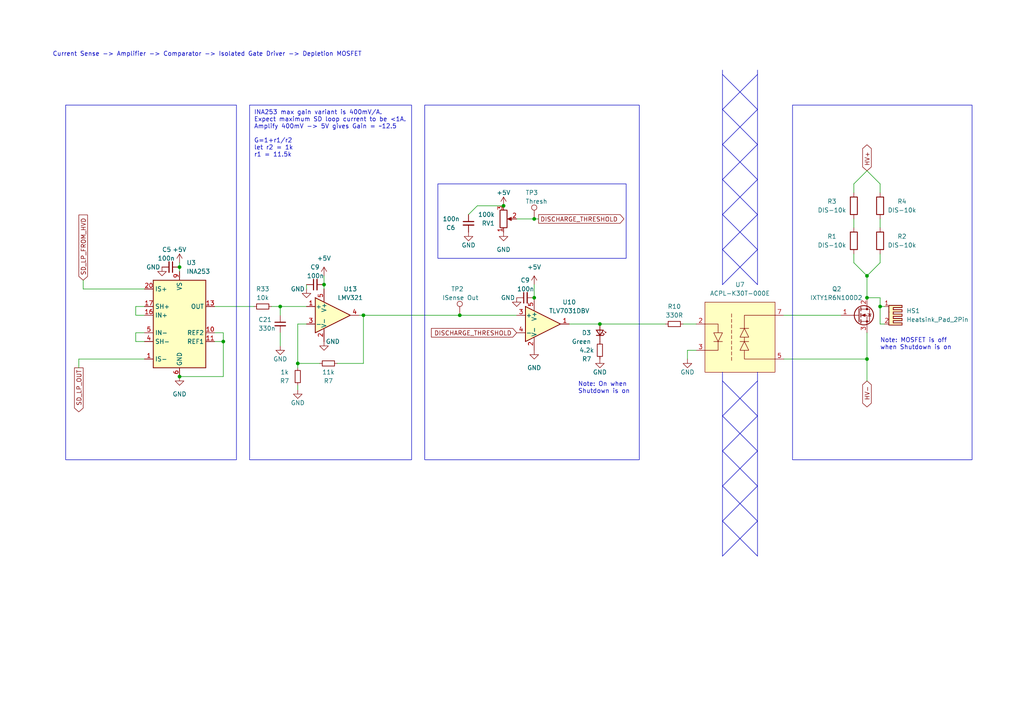
<source format=kicad_sch>
(kicad_sch (version 20230121) (generator eeschema)
  (paper "A4")
  (title_block (title "UCM23 Discharge & TSAL") (date "2023-06-26") (rev "V1.0") (company "Niko Smith") (comment 1 "University of Canterbury Motorsport"))
  (lib_symbols
    (symbol "Amplifier_Current:INA253"
      (property "Reference" "U" (at -8.89 13.97 0))
      (property "Value" "INA253" (at 6.35 13.97 0))
      (symbol "INA253_0_1"
        (rectangle (start -7.62 12.7) (end 7.62 -12.7) (stroke (width 0.254)) (fill (type background)))
      )
      (symbol "INA253_1_1"
        (pin passive line (at -10.16 -10.16 0) (length 2.54) (name "IS-") (number "1"))
        (pin passive line (at 10.16 -2.54 180) (length 2.54) (name "REF2") (number "10"))
        (pin passive line (at 10.16 -5.08 180) (length 2.54) (name "REF1") (number "11"))
        (pin no_connect line (at 7.62 0 180) (length 2.54) hide (name "NC") (number "12"))
        (pin output line (at 10.16 5.08 180) (length 2.54) (name "OUT") (number "13"))
        (pin no_connect line (at 7.62 10.16 180) (length 2.54) hide (name "DNC2") (number "14"))
        (pin passive line (at 0 -15.24 90) (length 2.54) hide (name "GND") (number "15"))
        (pin passive line (at -10.16 2.54 0) (length 2.54) (name "IN+") (number "16"))
        (pin passive line (at -10.16 5.08 0) (length 2.54) (name "SH+") (number "17"))
        (pin passive line (at -10.16 10.16 0) (length 2.54) hide (name "IS+") (number "18"))
        (pin passive line (at -10.16 10.16 0) (length 2.54) hide (name "IS+") (number "19"))
        (pin passive line (at -10.16 -10.16 0) (length 2.54) hide (name "IS-") (number "2"))
        (pin passive line (at -10.16 10.16 0) (length 2.54) (name "IS+") (number "20"))
        (pin passive line (at -10.16 -10.16 0) (length 2.54) hide (name "IS-") (number "3"))
        (pin passive line (at -10.16 -5.08 0) (length 2.54) (name "SH-") (number "4"))
        (pin passive line (at -10.16 -2.54 0) (length 2.54) (name "IN-") (number "5"))
        (pin power_in line (at 0 -15.24 90) (length 2.54) (name "GND") (number "6"))
        (pin no_connect line (at 7.62 7.62 180) (length 2.54) hide (name "DNC1") (number "7"))
        (pin no_connect line (at 7.62 2.54 180) (length 2.54) hide (name "NC") (number "8"))
        (pin power_in line (at 0 15.24 270) (length 2.54) (name "VS") (number "9"))
      )
    )
    (symbol "Amplifier_Operational:LMV321" (pin_names (offset 0.127))
      (property "Reference" "U" (at 0 5.08 0))
      (property "Value" "LMV321" (at 0 -5.08 0))
      (symbol "LMV321_0_1"
        (polyline (pts (xy -5.08 5.08) (xy 5.08 0) (xy -5.08 -5.08) (xy -5.08 5.08)) (stroke (width 0.254)) (fill (type background)))
        (pin power_in line (at -2.54 -7.62 90) (length 3.81) (name "V-") (number "2"))
        (pin power_in line (at -2.54 7.62 270) (length 3.81) (name "V+") (number "5"))
      )
      (symbol "LMV321_1_1"
        (pin input line (at -7.62 2.54 0) (length 2.54) (name "+") (number "1"))
        (pin input line (at -7.62 -2.54 0) (length 2.54) (name "-") (number "3"))
        (pin output line (at 7.62 0 180) (length 2.54) (name "~") (number "4"))
      )
    )
    (symbol "Comparator:TLV7031DBV" (pin_names (offset 0.127))
      (property "Reference" "U" (at -1.27 6.35 0))
      (property "Value" "TLV7031DBV" (at -1.27 3.81 0))
      (symbol "TLV7031DBV_0_1"
        (polyline (pts (xy -5.08 5.08) (xy 5.08 0) (xy -5.08 -5.08) (xy -5.08 5.08)) (stroke (width 0.254)) (fill (type background)))
        (pin power_in line (at -2.54 -7.62 90) (length 3.81) (name "V-") (number "2"))
        (pin power_in line (at -2.54 7.62 270) (length 3.81) (name "V+") (number "5"))
      )
      (symbol "TLV7031DBV_1_1"
        (pin output line (at 7.62 0 180) (length 2.54) (name "~") (number "1"))
        (pin input line (at -7.62 2.54 0) (length 2.54) (name "+") (number "3"))
        (pin input line (at -7.62 -2.54 0) (length 2.54) (name "-") (number "4"))
      )
    )
    (symbol "Connector:TestPoint" (pin_numbers hide) (pin_names (offset 0.762) hide)
      (property "Reference" "TP" (at 0 6.858 0))
      (property "Value" "TestPoint" (at 0 5.08 0))
      (symbol "TestPoint_0_1"
        (circle (center 0 3.302) (radius 0.762))
      )
      (symbol "TestPoint_1_1"
        (pin passive line (at 0 0 90) (length 2.54) (name "1") (number "1"))
      )
    )
    (symbol "Device:C_Small" (pin_numbers hide) (pin_names (offset 0.254) hide)
      (property "Reference" "C" (at 0.254 1.778 0))
      (property "Value" "C_Small" (at 0.254 -2.032 0))
      (symbol "C_Small_0_1"
        (polyline (pts (xy -1.524 -0.508) (xy 1.524 -0.508)) (stroke (width 0.3302)))
        (polyline (pts (xy -1.524 0.508) (xy 1.524 0.508)) (stroke (width 0.3048)))
      )
      (symbol "C_Small_1_1"
        (pin passive line (at 0 2.54 270) (length 2.032) (name "~") (number "1"))
        (pin passive line (at 0 -2.54 90) (length 2.032) (name "~") (number "2"))
      )
    )
    (symbol "Device:LED_Small" (pin_numbers hide) (pin_names (offset 0.254) hide)
      (property "Reference" "D" (at -1.27 3.175 0))
      (property "Value" "LED_Small" (at -4.445 -2.54 0))
      (symbol "LED_Small_0_1"
        (polyline (pts (xy -0.762 -1.016) (xy -0.762 1.016)) (stroke (width 0.254)))
        (polyline (pts (xy 1.016 0) (xy -0.762 0)))
        (polyline (pts (xy 0.762 -1.016) (xy -0.762 0) (xy 0.762 1.016) (xy 0.762 -1.016)) (stroke (width 0.254)))
        (polyline (pts (xy 0 0.762) (xy -0.508 1.27) (xy -0.254 1.27) (xy -0.508 1.27) (xy -0.508 1.016)))
        (polyline (pts (xy 0.508 1.27) (xy 0 1.778) (xy 0.254 1.778) (xy 0 1.778) (xy 0 1.524)))
      )
      (symbol "LED_Small_1_1"
        (pin passive line (at -2.54 0 0) (length 1.778) (name "K") (number "1"))
        (pin passive line (at 2.54 0 180) (length 1.778) (name "A") (number "2"))
      )
    )
    (symbol "Device:Q_NMOS_GDS" (pin_names (offset 0) hide)
      (property "Reference" "Q" (at 5.08 1.27 0))
      (property "Value" "Q_NMOS_GDS" (at 5.08 -1.27 0))
      (symbol "Q_NMOS_GDS_0_1"
        (polyline (pts (xy 0.254 0) (xy -2.54 0)))
        (polyline (pts (xy 0.254 1.905) (xy 0.254 -1.905)) (stroke (width 0.254)))
        (polyline (pts (xy 0.762 -1.27) (xy 0.762 -2.286)) (stroke (width 0.254)))
        (polyline (pts (xy 0.762 0.508) (xy 0.762 -0.508)) (stroke (width 0.254)))
        (polyline (pts (xy 0.762 2.286) (xy 0.762 1.27)) (stroke (width 0.254)))
        (polyline (pts (xy 2.54 2.54) (xy 2.54 1.778)))
        (polyline (pts (xy 2.54 -2.54) (xy 2.54 0) (xy 0.762 0)))
        (polyline (pts (xy 0.762 -1.778) (xy 3.302 -1.778) (xy 3.302 1.778) (xy 0.762 1.778)))
        (polyline (pts (xy 1.016 0) (xy 2.032 0.381) (xy 2.032 -0.381) (xy 1.016 0)) (fill (type outline)))
        (polyline (pts (xy 2.794 0.508) (xy 2.921 0.381) (xy 3.683 0.381) (xy 3.81 0.254)))
        (polyline (pts (xy 3.302 0.381) (xy 2.921 -0.254) (xy 3.683 -0.254) (xy 3.302 0.381)))
        (circle (center 1.651 0) (radius 2.794) (stroke (width 0.254)))
        (circle (center 2.54 -1.778) (radius 0.254) (fill (type outline)))
        (circle (center 2.54 1.778) (radius 0.254) (fill (type outline)))
      )
      (symbol "Q_NMOS_GDS_1_1"
        (pin input line (at -5.08 0 0) (length 2.54) (name "G") (number "1"))
        (pin passive line (at 2.54 5.08 270) (length 2.54) (name "D") (number "2"))
        (pin passive line (at 2.54 -5.08 90) (length 2.54) (name "S") (number "3"))
      )
    )
    (symbol "Device:R" (pin_numbers hide) (pin_names (offset 0))
      (property "Reference" "R" (at 2.032 0 90))
      (property "Value" "R" (at 0 0 90))
      (symbol "R_0_1"
        (rectangle (start -1.016 -2.54) (end 1.016 2.54) (stroke (width 0.254)))
      )
      (symbol "R_1_1"
        (pin passive line (at 0 3.81 270) (length 1.27) (name "~") (number "1"))
        (pin passive line (at 0 -3.81 90) (length 1.27) (name "~") (number "2"))
      )
    )
    (symbol "Device:R_Potentiometer" (pin_names (offset 1.016) hide)
      (property "Reference" "RV" (at -4.445 0 90))
      (property "Value" "R_Potentiometer" (at -2.54 0 90))
      (symbol "R_Potentiometer_0_1"
        (polyline (pts (xy 2.54 0) (xy 1.524 0)))
        (polyline (pts (xy 1.143 0) (xy 2.286 0.508) (xy 2.286 -0.508) (xy 1.143 0)) (fill (type outline)))
        (rectangle (start 1.016 2.54) (end -1.016 -2.54) (stroke (width 0.254)))
      )
      (symbol "R_Potentiometer_1_1"
        (pin passive line (at 0 3.81 270) (length 1.27) (name "1") (number "1"))
        (pin passive line (at 3.81 0 180) (length 1.27) (name "2") (number "2"))
        (pin passive line (at 0 -3.81 90) (length 1.27) (name "3") (number "3"))
      )
    )
    (symbol "Device:R_Small" (pin_numbers hide) (pin_names (offset 0.254) hide)
      (property "Reference" "R" (at 0.762 0.508 0))
      (property "Value" "R_Small" (at 0.762 -1.016 0))
      (symbol "R_Small_0_1"
        (rectangle (start -0.762 1.778) (end 0.762 -1.778) (stroke (width 0.2032)))
      )
      (symbol "R_Small_1_1"
        (pin passive line (at 0 2.54 270) (length 0.762) (name "~") (number "1"))
        (pin passive line (at 0 -2.54 90) (length 0.762) (name "~") (number "2"))
      )
    )
    (symbol "Mechanical:Heatsink_Pad_2Pin" (pin_names (offset 0))
      (property "Reference" "HS" (at 0 5.715 0))
      (property "Value" "Heatsink_Pad_2Pin" (at 0 3.81 0))
      (symbol "Heatsink_Pad_2Pin_0_1"
        (polyline (pts (xy -0.3302 0) (xy -0.9652 0) (xy -0.9652 2.54) (xy -1.6002 2.54) (xy -1.6002 0) (xy -2.2352 0) (xy -2.2352 2.54) (xy -2.8702 2.54) (xy -2.8702 -1.27) (xy -0.9652 -1.27)) (stroke (width 0.254)) (fill (type background)))
        (polyline (pts (xy -0.3302 0) (xy -0.3302 2.54) (xy 0.3048 2.54) (xy 0.3048 0) (xy 0.9398 0) (xy 0.9398 2.54) (xy 1.5748 2.54) (xy 1.5748 0) (xy 2.2098 0) (xy 2.2098 2.54) (xy 2.8448 2.54) (xy 2.8448 -1.27) (xy -0.9652 -1.27)) (stroke (width 0.254)) (fill (type background)))
      )
      (symbol "Heatsink_Pad_2Pin_1_1"
        (pin passive line (at -2.54 -2.54 90) (length 1.27) (name "~") (number "1"))
        (pin passive line (at 2.54 -2.54 90) (length 1.27) (name "~") (number "2"))
      )
    )
    (symbol "UCM67_Standard:ACPL-K30T-000E"
      (property "Reference" "U" (at 0 15.24 0))
      (property "Value" "ACPL-K30T-000E" (at 0 12.7 0))
      (symbol "ACPL-K30T-000E_0_0"
        (text "---------" (at -2.54 0 900) (effects (font (size 1.27 1.27))))
      )
      (symbol "ACPL-K30T-000E_0_1"
        (rectangle (start -10.16 10.16) (end 10.16 -10.16) (stroke (width 0.1524)) (fill (type background)))
        (polyline (pts (xy -5.08 -1.27) (xy -7.62 -1.27)) (stroke (width 0.1524)))
        (polyline (pts (xy 0 -1.27) (xy 2.54 -1.27)) (stroke (width 0.1524)))
        (polyline (pts (xy 0 2.54) (xy 2.54 2.54)) (stroke (width 0.1524)))
        (polyline (pts (xy -6.35 -1.27) (xy -6.35 -3.81) (xy -10.16 -3.81)) (stroke (width 0.1524)))
        (polyline (pts (xy 1.27 2.54) (xy 1.27 6.35) (xy 10.16 6.35)) (stroke (width 0.1524)))
        (polyline (pts (xy 1.27 -1.27) (xy 1.27 0) (xy 2.54 0) (xy 1.27 2.54) (xy 0 0) (xy 1.27 0)) (stroke (width 0.1524)))
        (polyline (pts (xy -10.16 3.81) (xy -6.35 3.81) (xy -6.35 1.27) (xy -7.62 1.27) (xy -6.35 -1.27) (xy -5.08 1.27) (xy -6.35 1.27)) (stroke (width 0.1524)))
        (polyline (pts (xy 10.16 -6.35) (xy 1.27 -6.35) (xy 1.27 -3.81) (xy 2.54 -3.81) (xy 1.27 -1.27) (xy 0 -3.81) (xy 1.27 -3.81)) (stroke (width 0.1524)))
      )
      (symbol "ACPL-K30T-000E_1_1"
        (pin input line (at -12.7 7.62 0) (length 2.54) hide (name "") (number "1"))
        (pin input line (at -12.7 3.81 0) (length 2.54) (name "") (number "2"))
        (pin input line (at -12.7 -3.81 0) (length 2.54) (name "") (number "3"))
        (pin input line (at -12.7 -7.62 0) (length 2.54) hide (name "") (number "4"))
        (pin input line (at 12.7 -6.35 180) (length 2.54) (name "") (number "5"))
        (pin input line (at 12.7 -2.54 180) (length 2.54) hide (name "") (number "6"))
        (pin input line (at 12.7 6.35 180) (length 2.54) (name "") (number "7"))
        (pin input line (at 12.7 10.16 180) (length 2.54) hide (name "") (number "8"))
      )
    )
    (symbol "power:+5V" (power) (pin_names (offset 0))
      (property "Value" "+5V" (at 0 3.556 0))
      (symbol "+5V_0_1"
        (polyline (pts (xy -0.762 1.27) (xy 0 2.54)))
        (polyline (pts (xy 0 0) (xy 0 2.54)))
        (polyline (pts (xy 0 2.54) (xy 0.762 1.27)))
      )
      (symbol "+5V_1_1"
        (pin power_in line (at 0 0 90) (length 0) hide (name "+5V") (number "1"))
      )
    )
    (symbol "power:GND" (power) (pin_names (offset 0))
      (property "Value" "GND" (at 0 -3.81 0))
      (symbol "GND_0_1"
        (polyline (pts (xy 0 0) (xy 0 -1.27) (xy 1.27 -1.27) (xy 0 -2.54) (xy -1.27 -1.27) (xy 0 -1.27)))
      )
      (symbol "GND_1_1"
        (pin power_in line (at 0 0 270) (length 0) hide (name "GND") (number "1"))
      )
    )
  )
  (junction (at 93.98 82.55))
  (junction (at 146.05 59.69))
  (junction (at 52.07 109.22))
  (junction (at 251.46 86.36))
  (junction (at 154.94 63.5))
  (junction (at 64.77 99.06))
  (junction (at 52.07 77.47))
  (junction (at 173.99 93.98))
  (junction (at 251.46 104.14))
  (junction (at 255.27 88.9))
  (junction (at 251.46 80.01))
  (junction (at 133.35 91.44))
  (junction (at 154.94 86.36))
  (junction (at 105.41 91.44))
  (junction (at 86.36 105.41))
  (junction (at 81.28 88.9))
  (wire (pts (xy 22.86 104.14) (xy 41.91 104.14)))
  (wire (pts (xy 22.86 106.68) (xy 22.86 104.14)))
  (wire (pts (xy 255.27 88.9) (xy 255.27 93.98)))
  (wire (pts (xy 165.1 93.98) (xy 173.99 93.98)))
  (polyline (pts (xy 209.55 107.95) (xy 209.55 161.29)))
  (wire (pts (xy 255.27 76.2) (xy 255.27 73.66)))
  (wire (pts (xy 251.46 96.52) (xy 251.46 104.14)))
  (wire (pts (xy 39.37 96.52) (xy 39.37 99.06)))
  (wire (pts (xy 138.43 59.69) (xy 146.05 59.69)))
  (wire (pts (xy 52.07 109.22) (xy 64.77 109.22)))
  (wire (pts (xy 62.23 96.52) (xy 64.77 96.52)))
  (polyline (pts (xy 209.55 140.97) (xy 219.71 151.13)))
  (wire (pts (xy 173.99 93.98) (xy 193.04 93.98)))
  (polyline (pts (xy 209.55 62.23) (xy 219.71 52.07)))
  (wire (pts (xy 104.14 91.44) (xy 105.41 91.44)))
  (polyline (pts (xy 209.55 140.97) (xy 219.71 130.81)))
  (wire (pts (xy 105.41 105.41) (xy 105.41 91.44)))
  (wire (pts (xy 255.27 55.88) (xy 255.27 53.34)))
  (polyline (pts (xy 209.55 151.13) (xy 219.71 161.29)))
  (polyline (pts (xy 209.55 31.75) (xy 219.71 21.59)))
  (wire (pts (xy 133.35 91.44) (xy 149.86 91.44)))
  (wire (pts (xy 255.27 66.04) (xy 255.27 63.5)))
  (wire (pts (xy 86.36 105.41) (xy 92.71 105.41)))
  (wire (pts (xy 154.94 82.55) (xy 154.94 86.36)))
  (wire (pts (xy 52.07 76.2) (xy 52.07 77.47)))
  (polyline (pts (xy 209.55 130.81) (xy 219.71 140.97)))
  (wire (pts (xy 78.74 88.9) (xy 81.28 88.9)))
  (wire (pts (xy 39.37 88.9) (xy 41.91 88.9)))
  (polyline (pts (xy 209.55 151.13) (xy 219.71 140.97)))
  (polyline (pts (xy 209.55 72.39) (xy 219.71 82.55)))
  (wire (pts (xy 198.12 93.98) (xy 201.93 93.98)))
  (wire (pts (xy 41.91 99.06) (xy 39.37 99.06)))
  (wire (pts (xy 227.33 91.44) (xy 243.84 91.44)))
  (wire (pts (xy 247.65 66.04) (xy 247.65 63.5)))
  (polyline (pts (xy 209.55 82.55) (xy 219.71 72.39)))
  (wire (pts (xy 255.27 86.36) (xy 251.46 86.36)))
  (polyline (pts (xy 209.55 62.23) (xy 219.71 72.39)))
  (polyline (pts (xy 209.55 72.39) (xy 219.71 62.23)))
  (wire (pts (xy 251.46 49.53) (xy 255.27 53.34)))
  (wire (pts (xy 64.77 99.06) (xy 62.23 99.06)))
  (wire (pts (xy 227.33 104.14) (xy 251.46 104.14)))
  (polyline (pts (xy 209.55 120.65) (xy 219.71 110.49)))
  (wire (pts (xy 255.27 88.9) (xy 255.27 86.36)))
  (wire (pts (xy 93.98 82.55) (xy 93.98 83.82)))
  (wire (pts (xy 39.37 96.52) (xy 41.91 96.52)))
  (wire (pts (xy 135.89 62.23) (xy 138.43 59.69)))
  (wire (pts (xy 81.28 96.52) (xy 81.28 100.33)))
  (wire (pts (xy 199.39 101.6) (xy 201.93 101.6)))
  (wire (pts (xy 24.13 83.82) (xy 41.91 83.82)))
  (wire (pts (xy 255.27 93.98) (xy 256.54 93.98)))
  (wire (pts (xy 86.36 93.98) (xy 88.9 93.98)))
  (wire (pts (xy 88.9 82.55) (xy 88.9 83.82)))
  (wire (pts (xy 62.23 88.9) (xy 73.66 88.9)))
  (polyline (pts (xy 219.71 20.32) (xy 219.71 82.55)))
  (wire (pts (xy 199.39 104.14) (xy 199.39 101.6)))
  (wire (pts (xy 154.94 63.5) (xy 156.21 63.5)))
  (wire (pts (xy 86.36 93.98) (xy 86.36 105.41)))
  (wire (pts (xy 52.07 77.47) (xy 52.07 78.74)))
  (wire (pts (xy 86.36 106.68) (xy 86.36 105.41)))
  (polyline (pts (xy 209.55 41.91) (xy 219.71 52.07)))
  (polyline (pts (xy 209.55 110.49) (xy 219.71 120.65)))
  (polyline (pts (xy 209.55 41.91) (xy 219.71 31.75)))
  (polyline (pts (xy 209.55 120.65) (xy 219.71 130.81)))
  (wire (pts (xy 105.41 91.44) (xy 133.35 91.44)))
  (wire (pts (xy 247.65 55.88) (xy 247.65 53.34)))
  (wire (pts (xy 251.46 80.01) (xy 255.27 76.2)))
  (polyline (pts (xy 209.55 52.07) (xy 219.71 41.91)))
  (polyline (pts (xy 209.55 31.75) (xy 219.71 41.91)))
  (polyline (pts (xy 209.55 21.59) (xy 219.71 31.75)))
  (wire (pts (xy 251.46 80.01) (xy 247.65 76.2)))
  (wire (pts (xy 64.77 109.22) (xy 64.77 99.06)))
  (polyline (pts (xy 209.55 161.29) (xy 219.71 151.13)))
  (polyline (pts (xy 209.55 130.81) (xy 219.71 120.65)))
  (wire (pts (xy 64.77 96.52) (xy 64.77 99.06)))
  (wire (pts (xy 86.36 113.03) (xy 86.36 111.76)))
  (wire (pts (xy 39.37 88.9) (xy 39.37 91.44)))
  (wire (pts (xy 41.91 91.44) (xy 39.37 91.44)))
  (polyline (pts (xy 209.55 20.32) (xy 209.55 82.55)))
  (wire (pts (xy 255.27 88.9) (xy 256.54 88.9)))
  (wire (pts (xy 247.65 53.34) (xy 251.46 49.53)))
  (wire (pts (xy 81.28 88.9) (xy 81.28 91.44)))
  (wire (pts (xy 93.98 80.01) (xy 93.98 82.55)))
  (wire (pts (xy 149.86 63.5) (xy 154.94 63.5)))
  (wire (pts (xy 251.46 104.14) (xy 251.46 110.49)))
  (polyline (pts (xy 209.55 52.07) (xy 219.71 62.23)))
  (wire (pts (xy 247.65 73.66) (xy 247.65 76.2)))
  (wire (pts (xy 97.79 105.41) (xy 105.41 105.41)))
  (wire (pts (xy 251.46 80.01) (xy 251.46 86.36)))
  (wire (pts (xy 24.13 81.28) (xy 24.13 83.82)))
  (wire (pts (xy 81.28 88.9) (xy 88.9 88.9)))
  (polyline (pts (xy 219.71 107.95) (xy 219.71 161.29)))
  (rectangle (start 127 53.34) (end 181.61 74.93))
  (rectangle (start 72.39 30.48) (end 119.38 133.35))
  (rectangle (start 123.19 30.48) (end 185.42 133.35))
  (rectangle (start 229.87 30.48) (end 281.94 133.35))
  (rectangle (start 19.05 30.48) (end 68.58 133.35))
  (text "Note: MOSFET is off\nwhen Shutdown is on" (at 255.27 101.6 0) (effects (font (size 1.27 1.27)) (justify left bottom)))
  (text "Current Sense -> Amplifier -> Comparator -> Isolated Gate Driver -> Depletion MOSFET" (at 15.24 16.51 0) (effects (font (size 1.27 1.27)) (justify left bottom)))
  (text "Note: On when \nShutdown is on" (at 167.64 114.3 0) (effects (font (size 1.27 1.27)) (justify left bottom)))
  (text "INA253 max gain variant is 400mV/A.\nExpect maximum SD loop current to be <1A. \nAmplify 400mV -> 5V gives Gain = ~12.5\n\nG=1+r1/r2\nlet r2 = 1k\nr1 = 11.5k\n" (at 73.66 45.72 0) (effects (font (size 1.27 1.27)) (justify left bottom)))
  (global_label "DISCHARGE_THRESHOLD" (shape output) (at 156.21 63.5 0) (property "Intersheetrefs" "${INTERSHEET_REFS}" (effects hide)))
  (global_label "DISCHARGE_THRESHOLD" (shape input) (at 149.86 96.52 180) (property "Intersheetrefs" "${INTERSHEET_REFS}" (effects hide)))
  (global_label "HV+" (shape bidirectional) (at 251.46 49.53 90) (property "Intersheetrefs" "${INTERSHEET_REFS}" (effects hide)))
  (global_label "HV-" (shape bidirectional) (at 251.46 110.49 270) (property "Intersheetrefs" "${INTERSHEET_REFS}" (effects hide)))
  (global_label "SD_LP_FROM_HVD" (shape input) (at 24.13 81.28 90) (property "Intersheetrefs" "${INTERSHEET_REFS}" (effects hide)))
  (global_label "SD_LP_OUT" (shape output) (at 22.86 106.68 270) (property "Intersheetrefs" "${INTERSHEET_REFS}" (effects hide)))
  (symbol (lib_id "Connector:TestPoint") (at 154.94 63.5 0) (unit 1)
    (property "Reference" "TP3" (at 152.4 55.88 0) (effects (justify left)))
    (property "Value" "Thresh" (at 152.4 58.42 0) (effects (justify left)))
    (property "Footprint" "UCM_Components:1206 Testpoint" (effects hide))
  )
  (symbol (lib_id "Device:R_Small") (at 173.99 101.6 180) (unit 1)
    (property "Reference" "R7" (at 170.18 104.14 0))
    (property "Value" "4.2k" (at 170.18 101.6 0))
    (property "Footprint" "Resistor_SMD:R_0603_1608Metric" (effects hide))
  )
  (symbol (lib_id "power:GND") (at 81.28 100.33 0) (unit 1)
    (property "Reference" "#PWR032" (effects hide))
    (property "Value" "GND" (at 81.28 104.14 0))
  )
  (symbol (lib_id "Device:R_Small") (at 95.25 105.41 270) (unit 1)
    (property "Reference" "R7" (at 95.25 110.49 90))
    (property "Value" "11k" (at 95.25 107.95 90))
    (property "Footprint" "Resistor_SMD:R_0603_1608Metric" (effects hide))
  )
  (symbol (lib_id "Device:R_Small") (at 86.36 109.22 180) (unit 1)
    (property "Reference" "R7" (at 82.55 110.49 0))
    (property "Value" "1k" (at 82.55 107.95 0))
    (property "Footprint" "Resistor_SMD:R_0603_1608Metric" (effects hide))
  )
  (symbol (lib_id "power:GND") (at 149.86 86.36 0) (mirror y) (unit 1)
    (property "Reference" "#PWR038" (effects hide))
    (property "Value" "GND" (at 147.32 86.36 0))
  )
  (symbol (lib_id "power:+5V") (at 93.98 80.01 0) (unit 1)
    (property "Reference" "#PWR043" (effects hide))
    (property "Value" "+5V" (at 93.98 74.93 0))
  )
  (symbol (lib_id "Comparator:TLV7031DBV") (at 157.48 93.98 0) (unit 1)
    (property "Reference" "U10" (at 165.1 87.63 0))
    (property "Value" "TLV7031DBV" (at 165.1 90.17 0))
    (property "Footprint" "Package_TO_SOT_SMD:SOT-23-5" (effects hide))
    (property "Datasheet" "https://www.ti.com/lit/ds/symlink/tlv7031.pdf" (effects hide))
  )
  (symbol (lib_id "Device:R_Small") (at 195.58 93.98 270) (unit 1)
    (property "Reference" "R10" (at 195.58 88.9 90))
    (property "Value" "330R" (at 195.58 91.44 90))
    (property "Footprint" "Resistor_SMD:R_0603_1608Metric" (effects hide))
  )
  (symbol (lib_id "Device:R_Small") (at 76.2 88.9 90) (unit 1)
    (property "Reference" "R33" (at 76.2 83.82 90))
    (property "Value" "10k" (at 76.2 86.36 90))
    (property "Footprint" "Resistor_SMD:R_0603_1608Metric" (effects hide))
    (instances (project "UCM23-PCB-Junction-Box-Motherboard" (path "" (reference "R33") (unit 1)) (path "" (reference "R8") (unit 1))))
  )
  (symbol (lib_id "UCM67_Standard:ACPL-K30T-000E") (at 214.63 97.79 0) (unit 1)
    (property "Reference" "U7" (at 214.63 82.55 0))
    (property "Value" "ACPL-K30T-000E" (at 214.63 85.09 0))
    (property "Footprint" "Package_SO:SSO-8_6.8x5.9mm_P1.27mm_Clearance8mm" (effects hide))
  )
  (symbol (lib_id "power:GND") (at 173.99 104.14 0) (unit 1)
    (property "Reference" "#PWR045" (effects hide))
    (property "Value" "GND" (at 173.99 107.95 0))
  )
  (symbol (lib_id "Connector:TestPoint") (at 133.35 91.44 0) (unit 1)
    (property "Reference" "TP2" (at 130.81 83.82 0) (effects (justify left)))
    (property "Value" "ISense Out" (at 128.27 86.36 0) (effects (justify left)))
    (property "Footprint" "UCM_Components:1206 Testpoint" (effects hide))
  )
  (symbol (lib_id "power:GND") (at 135.89 67.31 0) (mirror y) (unit 1)
    (property "Reference" "#PWR033" (effects hide))
    (property "Value" "GND" (at 135.89 71.12 0))
  )
  (symbol (lib_id "power:GND") (at 93.98 99.06 0) (unit 1)
    (property "Reference" "#PWR032" (effects hide))
    (property "Value" "GND" (at 96.52 99.06 0))
  )
  (symbol (lib_id "power:GND") (at 46.99 77.47 0) (mirror y) (unit 1)
    (property "Reference" "#PWR030" (effects hide))
    (property "Value" "GND" (at 44.45 77.47 0))
  )
  (symbol (lib_id "Device:R") (at 247.65 59.69 180) (unit 1)
    (property "Reference" "R3" (at 241.3 58.42 0))
    (property "Value" "DIS-10k" (at 241.3 60.96 0))
    (property "Footprint" "Resistor_SMD:R_4020_10251Metric" (effects hide))
  )
  (symbol (lib_id "Device:R") (at 255.27 59.69 180) (unit 1)
    (property "Reference" "R4" (at 261.62 58.42 0))
    (property "Value" "DIS-10k" (at 261.62 60.96 0))
    (property "Footprint" "Resistor_SMD:R_4020_10251Metric" (effects hide))
  )
  (symbol (lib_id "Device:C_Small") (at 152.4 86.36 90) (mirror x) (unit 1)
    (property "Reference" "C9" (at 153.67 81.28 90) (effects (justify left)))
    (property "Value" "100n" (at 154.94 83.82 90) (effects (justify left)))
    (property "Footprint" "Capacitor_SMD:C_0603_1608Metric" (effects hide))
  )
  (symbol (lib_id "Device:LED_Small") (at 173.99 96.52 270) (mirror x) (unit 1)
    (property "Reference" "D3" (at 171.45 96.52 90) (effects (justify right)))
    (property "Value" "Green" (at 171.45 99.06 90) (effects (justify right)))
    (property "Footprint" "LED_SMD:LED_0603_1608Metric" (effects hide))
  )
  (symbol (lib_id "power:+5V") (at 146.05 59.69 0) (unit 1)
    (property "Reference" "#PWR034" (effects hide))
    (property "Value" "+5V" (at 146.05 55.88 0))
  )
  (symbol (lib_id "Device:C_Small") (at 81.28 93.98 0) (unit 1)
    (property "Reference" "C21" (at 74.93 92.71 0) (effects (justify left)))
    (property "Value" "330n" (at 74.93 95.25 0) (effects (justify left)))
    (property "Footprint" "Capacitor_SMD:C_0603_1608Metric" (effects hide))
    (instances (project "UCM23-PCB-Junction-Box-Motherboard" (path "" (reference "C21") (unit 1)) (path "" (reference "C3") (unit 1))))
  )
  (symbol (lib_id "power:GND") (at 52.07 109.22 0) (unit 1)
    (property "Reference" "#PWR032" (effects hide))
    (property "Value" "GND" (at 52.07 114.3 0))
  )
  (symbol (lib_id "Mechanical:Heatsink_Pad_2Pin") (at 259.08 91.44 270) (unit 1)
    (property "Reference" "HS1" (at 262.89 90.1572 90) (effects (justify left)))
    (property "Value" "Heatsink_Pad_2Pin" (at 262.89 92.6972 90) (effects (justify left)))
    (property "Footprint" "UCM_Components:MOSFET Heatsink" (effects hide))
    (property "Datasheet" "https://www.digikey.co.nz/en/products/detail/assmann-wsw-components/V-1100-SMD%2FB-L/3511509?gad=1&gclid=CjwKCAjwjMiiBhA4EiwAZe6jQzc2l_E3o7sMosdeah6LiXpppSodkGbtPxYxM4I8UVNyBnMW3ZrpmhoCIiYQAvD_BwE" (effects hide))
  )
  (symbol (lib_id "power:GND") (at 154.94 101.6 0) (unit 1)
    (property "Reference" "#PWR044" (effects hide))
    (property "Value" "GND" (at 154.94 106.68 0))
  )
  (symbol (lib_id "Amplifier_Current:INA253") (at 52.07 93.98 0) (unit 1)
    (property "Reference" "U3" (at 54.0894 76.2 0) (effects (justify left)))
    (property "Value" "INA253" (at 54.0894 78.74 0) (effects (justify left)))
    (property "Footprint" "Package_SO:TSSOP-20_4.4x6.5mm_P0.65mm" (effects hide))
    (property "Datasheet" "http://www.ti.com/lit/ds/symlink/ina253.pdf" (effects hide))
  )
  (symbol (lib_id "power:GND") (at 199.39 104.14 0) (unit 1)
    (property "Reference" "#PWR048" (effects hide))
    (property "Value" "GND" (at 199.39 107.95 0))
  )
  (symbol (lib_id "power:+5V") (at 154.94 82.55 0) (unit 1)
    (property "Reference" "#PWR043" (effects hide))
    (property "Value" "+5V" (at 154.94 77.47 0))
  )
  (symbol (lib_id "Device:R") (at 255.27 69.85 180) (unit 1)
    (property "Reference" "R2" (at 261.62 68.58 0))
    (property "Value" "DIS-10k" (at 261.62 71.12 0))
    (property "Footprint" "Resistor_SMD:R_4020_10251Metric" (effects hide))
  )
  (symbol (lib_id "Device:R") (at 247.65 69.85 180) (unit 1)
    (property "Reference" "R1" (at 241.3 68.58 0))
    (property "Value" "DIS-10k" (at 241.3 71.12 0))
    (property "Footprint" "Resistor_SMD:R_4020_10251Metric" (effects hide))
  )
  (symbol (lib_id "Device:R_Potentiometer") (at 146.05 63.5 0) (mirror x) (unit 1)
    (property "Reference" "RV1" (at 143.51 64.7701 0) (effects (justify right)))
    (property "Value" "100k" (at 143.51 62.2301 0) (effects (justify right)))
    (property "Footprint" "Potentiometer_THT:Potentiometer_Bourns_3296W_Vertical" (effects hide))
  )
  (symbol (lib_id "power:+5V") (at 52.07 76.2 0) (unit 1)
    (property "Reference" "#PWR031" (effects hide))
    (property "Value" "+5V" (at 52.07 72.39 0))
  )
  (symbol (lib_id "Device:Q_NMOS_GDS") (at 248.92 91.44 0) (unit 1)
    (property "Reference" "Q2" (at 241.3 83.82 0) (effects (justify left)))
    (property "Value" "IXTY1R6N100D2" (at 234.95 86.36 0) (effects (justify left)))
    (property "Footprint" "Package_TO_SOT_SMD:TO-252-2" (effects hide))
  )
  (symbol (lib_id "Device:C_Small") (at 135.89 64.77 0) (mirror y) (unit 1)
    (property "Reference" "C6" (at 132.08 66.04 0) (effects (justify left)))
    (property "Value" "100n" (at 133.35 63.5 0) (effects (justify left)))
    (property "Footprint" "Capacitor_SMD:C_0603_1608Metric" (effects hide))
  )
  (symbol (lib_id "power:GND") (at 86.36 113.03 0) (unit 1)
    (property "Reference" "#PWR032" (effects hide))
    (property "Value" "GND" (at 86.36 116.84 0))
  )
  (symbol (lib_id "Amplifier_Operational:LMV321") (at 96.52 91.44 0) (unit 1)
    (property "Reference" "U13" (at 101.6 83.82 0))
    (property "Value" "LMV321" (at 101.6 86.36 0))
    (property "Footprint" "Package_TO_SOT_SMD:SOT-23-5" (effects hide))
    (property "Datasheet" "http://www.ti.com/lit/ds/symlink/lmv324.pdf" (effects hide))
  )
  (symbol (lib_id "power:GND") (at 146.05 67.31 0) (unit 1)
    (property "Reference" "#PWR035" (effects hide))
    (property "Value" "GND" (at 146.05 72.39 0))
  )
  (symbol (lib_id "Device:C_Small") (at 91.44 82.55 90) (mirror x) (unit 1)
    (property "Reference" "C9" (at 92.71 77.47 90) (effects (justify left)))
    (property "Value" "100n" (at 93.98 80.01 90) (effects (justify left)))
    (property "Footprint" "Capacitor_SMD:C_0603_1608Metric" (effects hide))
  )
  (symbol (lib_id "Device:C_Small") (at 49.53 77.47 270) (mirror x) (unit 1)
    (property "Reference" "C5" (at 46.99 72.39 90) (effects (justify left)))
    (property "Value" "100n" (at 45.72 74.93 90) (effects (justify left)))
    (property "Footprint" "Capacitor_SMD:C_0603_1608Metric" (effects hide))
  )
  (symbol (lib_id "power:GND") (at 88.9 83.82 0) (mirror y) (unit 1)
    (property "Reference" "#PWR038" (effects hide))
    (property "Value" "GND" (at 86.36 83.82 0))
  )
)
</source>
